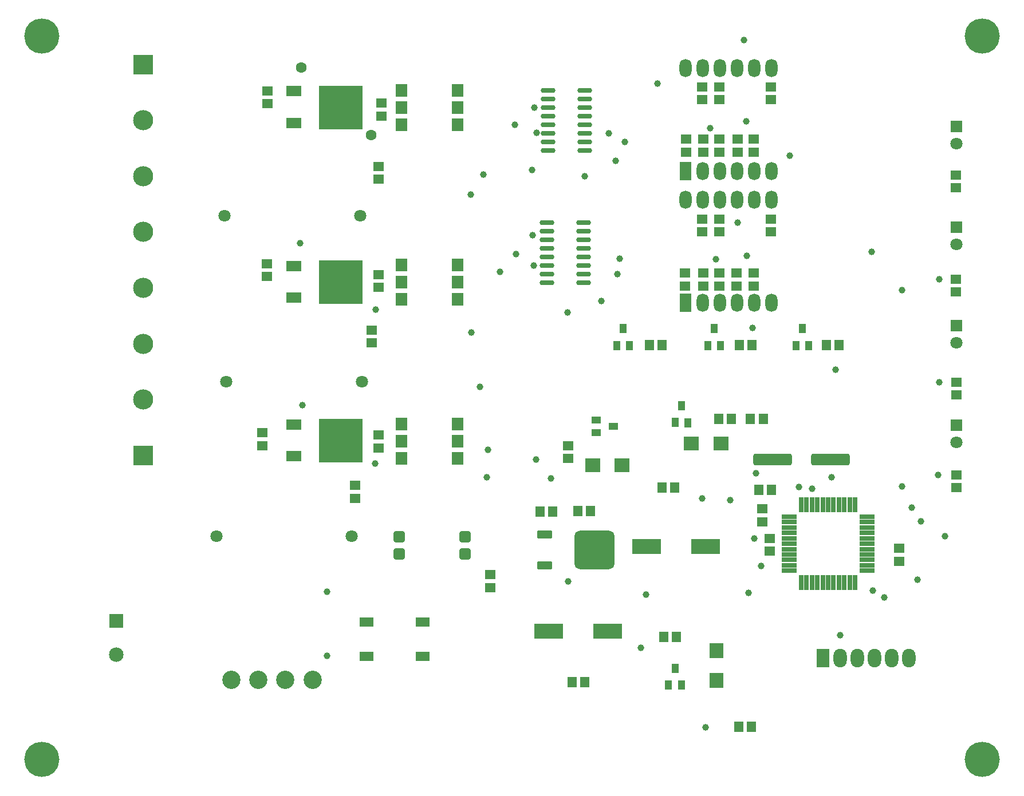
<source format=gbs>
%FSLAX24Y24*%
%MOIN*%
%SFA1B1*%

%IPPOS*%
%AMD70*
4,1,8,-0.020800,-0.032900,0.020800,-0.032900,0.031700,-0.022000,0.031700,0.022000,0.020800,0.032900,-0.020800,0.032900,-0.031700,0.022000,-0.031700,-0.022000,-0.020800,-0.032900,0.0*
1,1,0.021800,-0.020800,-0.022000*
1,1,0.021800,0.020800,-0.022000*
1,1,0.021800,0.020800,0.022000*
1,1,0.021800,-0.020800,0.022000*
%
%AMD73*
4,1,8,-0.043300,0.014800,-0.043300,-0.014800,-0.034400,-0.023700,0.034400,-0.023700,0.043300,-0.014800,0.043300,0.014800,0.034400,0.023700,-0.034400,0.023700,-0.043300,0.014800,0.0*
1,1,0.017800,-0.034400,0.014800*
1,1,0.017800,-0.034400,-0.014800*
1,1,0.017800,0.034400,-0.014800*
1,1,0.017800,0.034400,0.014800*
%
%AMD74*
4,1,8,-0.116200,0.081100,-0.116200,-0.081100,-0.085100,-0.112200,0.085100,-0.112200,0.116200,-0.081100,0.116200,0.081100,0.085100,0.112200,-0.085100,0.112200,-0.116200,0.081100,0.0*
1,1,0.062200,-0.085100,0.081100*
1,1,0.062200,-0.085100,-0.081100*
1,1,0.062200,0.085100,-0.081100*
1,1,0.062200,0.085100,0.081100*
%
%AMD80*
4,1,8,0.100800,0.033500,-0.100800,0.033500,-0.112200,0.022100,-0.112200,-0.022100,-0.100800,-0.033500,0.100800,-0.033500,0.112200,-0.022100,0.112200,0.022100,0.100800,0.033500,0.0*
1,1,0.022800,0.100800,0.022100*
1,1,0.022800,-0.100800,0.022100*
1,1,0.022800,-0.100800,-0.022100*
1,1,0.022800,0.100800,-0.022100*
%
%ADD10C,0.071000*%
%ADD11R,0.117300X0.117300*%
%ADD12C,0.117300*%
%ADD13R,0.071000X0.106400*%
%ADD14O,0.071000X0.106400*%
%ADD15C,0.106400*%
%ADD16C,0.084800*%
%ADD17R,0.084800X0.084800*%
%ADD18O,0.078000X0.108000*%
%ADD19R,0.078000X0.108000*%
%ADD20R,0.071000X0.071000*%
%ADD21C,0.039500*%
%ADD22C,0.204900*%
%ADD23C,0.063100*%
%ADD63R,0.063100X0.055200*%
%ADD64R,0.086700X0.059200*%
%ADD65R,0.258000X0.258000*%
%ADD66R,0.041500X0.055200*%
%ADD67R,0.055200X0.041500*%
%ADD68R,0.082800X0.055200*%
%ADD69R,0.067800X0.078100*%
G04~CAMADD=70~8~0.0~0.0~635.0~659.0~109.0~0.0~15~0.0~0.0~0.0~0.0~0~0.0~0.0~0.0~0.0~0~0.0~0.0~0.0~180.0~634.0~658.0*
%ADD70D70*%
%ADD71R,0.055200X0.063100*%
%ADD72R,0.086700X0.082800*%
G04~CAMADD=73~8~0.0~0.0~474.0~867.0~89.0~0.0~15~0.0~0.0~0.0~0.0~0~0.0~0.0~0.0~0.0~0~0.0~0.0~0.0~90.0~866.0~473.0*
%ADD73D73*%
G04~CAMADD=74~8~0.0~0.0~2245.0~2324.0~311.0~0.0~15~0.0~0.0~0.0~0.0~0~0.0~0.0~0.0~0.0~0~0.0~0.0~0.0~90.0~2324.0~2244.0*
%ADD74D74*%
%ADD75O,0.086700X0.029700*%
%ADD76R,0.169400X0.086700*%
%ADD77R,0.082800X0.086700*%
%ADD78R,0.088000X0.027000*%
%ADD79R,0.027000X0.088000*%
G04~CAMADD=80~8~0.0~0.0~2245.0~671.0~114.0~0.0~15~0.0~0.0~0.0~0.0~0~0.0~0.0~0.0~0.0~0~0.0~0.0~0.0~0.0~2245.0~671.0*
%ADD80D80*%
%LNpcb_washver2-1*%
%LPD*%
G54D10*
X21221Y21939D03*
X13347D03*
X21792Y30959D03*
X13918D03*
X21694Y40624D03*
X13820D03*
X56394Y27400D03*
Y33200D03*
Y38950D03*
Y44800D03*
G54D11*
X9087Y26656D03*
Y49419D03*
G54D12*
X9087Y29907D03*
Y33159D03*
Y36411D03*
Y39663D03*
Y42915D03*
Y46167D03*
G54D13*
X40646Y43210D03*
Y35529D03*
G54D14*
X41646Y43210D03*
X42646D03*
X43646D03*
X44646D03*
X45646D03*
X40646Y49210D03*
X41646D03*
X42646D03*
X43646D03*
X44646D03*
X45646D03*
X41646Y35529D03*
X42646D03*
X43646D03*
X44646D03*
X45646D03*
X40646Y41529D03*
X41646D03*
X42646D03*
X43646D03*
X44646D03*
X45646D03*
G54D15*
X14202Y13571D03*
X15776D03*
X17351D03*
X18926D03*
G54D16*
X7513Y15041D03*
G54D17*
X7513Y17010D03*
G54D18*
X53644Y14850D03*
X52644D03*
X51644D03*
X50644D03*
X49644D03*
G54D19*
X48644Y14850D03*
G54D20*
X56394Y28400D03*
Y34200D03*
Y39950D03*
Y45800D03*
G54D21*
X43229Y24053D03*
X30695Y45925D03*
X31981Y45427D03*
X53229Y24837D03*
X18351Y29581D03*
X29064Y25360D03*
X51459Y38508D03*
X28678Y30654D03*
X28156Y33809D03*
X28148Y41846D03*
X28869Y43012D03*
X38030Y15431D03*
X41800Y10815D03*
X29131Y26976D03*
X19757Y18701D03*
Y14982D03*
X35745Y35656D03*
X33790Y19297D03*
X22580Y26177D03*
X22615Y35146D03*
X18196Y38996D03*
X38352Y18543D03*
X55744Y21929D03*
X44199Y38287D03*
X36817Y38110D03*
X44750Y25600D03*
X44647Y21826D03*
X31935Y26417D03*
X29848Y37352D03*
X45035Y20197D03*
X44317Y18632D03*
X51541Y18789D03*
X41591Y24144D03*
X52220Y18386D03*
X49632Y16191D03*
X54140Y19400D03*
X32811Y25315D03*
X47250Y24823D03*
X31827Y46902D03*
X31728Y39488D03*
X30764Y38376D03*
X31807Y37721D03*
X49150Y25364D03*
X47998Y24724D03*
X33766Y34990D03*
X34757Y42901D03*
X53244Y36270D03*
X49376Y31644D03*
X44533Y34075D03*
X31718Y43268D03*
X42398Y38061D03*
X43677Y40197D03*
X36656Y37221D03*
X46709Y44104D03*
X44051Y50856D03*
X36571Y43809D03*
X39012Y48297D03*
X44169Y46112D03*
X36185Y45402D03*
X42073Y45699D03*
X37102Y44902D03*
X55420Y36926D03*
X53794Y23600D03*
X55420Y30926D03*
X54344Y22800D03*
X55344Y25526D03*
G54D22*
X57906Y51065D03*
Y8939D03*
X3182D03*
Y51065D03*
G54D23*
X22332Y45325D03*
X18278Y49238D03*
G54D63*
X16281Y37065D03*
Y37813D03*
X22773Y43484D03*
Y42736D03*
X22379Y33209D03*
Y33957D03*
X21395Y24154D03*
Y24902D03*
X22775Y27835D03*
Y27087D03*
X16003Y27965D03*
Y27217D03*
X22779Y37187D03*
Y36439D03*
X16294Y47876D03*
Y47128D03*
X22934Y47173D03*
Y46425D03*
X29286Y18947D03*
Y19695D03*
X33821Y27226D03*
Y26478D03*
X45096Y23532D03*
Y22784D03*
X45543Y21078D03*
Y21826D03*
X45621Y48126D03*
Y47378D03*
X42621Y48126D03*
Y47378D03*
X41621Y48126D03*
Y47378D03*
X42618Y44324D03*
Y45072D03*
X41668Y44324D03*
Y45072D03*
X43668Y44324D03*
Y45072D03*
X44618Y44324D03*
Y45072D03*
X40668Y44324D03*
Y45072D03*
X45621Y40426D03*
Y39678D03*
X42621Y40426D03*
Y39678D03*
X41621Y40426D03*
Y39678D03*
X43618Y36524D03*
Y37272D03*
X44618Y36524D03*
Y37272D03*
X42618Y36524D03*
Y37272D03*
X41668Y36524D03*
Y37272D03*
X40618Y36524D03*
Y37272D03*
X53056Y21232D03*
Y20484D03*
X56421Y24778D03*
Y25526D03*
X56371Y42228D03*
Y42976D03*
Y36178D03*
Y36926D03*
X56421Y30178D03*
Y30926D03*
G54D64*
X17825Y35831D03*
Y37681D03*
Y26603D03*
Y28453D03*
Y47866D03*
Y46016D03*
G54D65*
X20575Y36731D03*
Y27503D03*
Y46916D03*
G54D66*
X40397Y13265D03*
X39653Y13267D03*
X40023Y14249D03*
X40769Y28558D03*
X40024Y28560D03*
X40394Y29542D03*
X37369Y33057D03*
X36624Y33059D03*
X36994Y34041D03*
X47819Y33057D03*
X47074Y33059D03*
X47444Y34041D03*
X42669Y33057D03*
X41924Y33059D03*
X42294Y34041D03*
G54D67*
X35439Y27980D03*
X35441Y28724D03*
X36423Y28354D03*
G54D68*
X22076Y16937D03*
Y14929D03*
X25324Y16937D03*
Y14929D03*
G54D69*
X27355Y26486D03*
Y28486D03*
Y27486D03*
X24107Y26486D03*
Y28486D03*
Y27486D03*
X27355Y45916D03*
Y47916D03*
Y46916D03*
X24107Y45916D03*
Y47916D03*
Y46916D03*
X27355Y35731D03*
Y37731D03*
Y36731D03*
X24107Y35731D03*
Y37731D03*
Y36731D03*
G54D70*
X27790Y21925D03*
Y20925D03*
X23971D03*
Y21925D03*
G54D71*
X39269Y24776D03*
X40017D03*
X49570Y33074D03*
X48822D03*
X44890Y24637D03*
X45638D03*
X34022Y13451D03*
X34770D03*
X45167Y28776D03*
X44419D03*
X44483Y10852D03*
X43734D03*
X35120Y23401D03*
X34372D03*
X32172Y23374D03*
X32920D03*
X38522Y33074D03*
X39270D03*
X43772D03*
X44520D03*
X39372Y16074D03*
X40120D03*
X43317Y28776D03*
X42569D03*
G54D72*
X36954Y26090D03*
X35234D03*
X40984Y27340D03*
X42704D03*
G54D73*
X32438Y20250D03*
Y22050D03*
G54D74*
X35351Y21150D03*
G54D75*
X32582Y36721D03*
Y37221D03*
Y37721D03*
Y38221D03*
Y38721D03*
Y39221D03*
Y39721D03*
Y40221D03*
X34707Y36721D03*
Y37221D03*
Y37721D03*
Y38221D03*
Y38721D03*
Y39221D03*
Y39721D03*
Y40221D03*
X32631Y44402D03*
Y44902D03*
Y45402D03*
Y45902D03*
Y46402D03*
Y46902D03*
Y47402D03*
Y47902D03*
X34757Y44402D03*
Y44902D03*
Y45402D03*
Y45902D03*
Y46402D03*
Y46902D03*
Y47402D03*
Y47902D03*
G54D76*
X36107Y16400D03*
X32682D03*
X38382Y21350D03*
X41807D03*
G54D77*
X42454Y15260D03*
Y13540D03*
G54D78*
X51204Y23070D03*
Y22760D03*
Y22440D03*
Y22130D03*
Y21810D03*
Y21500D03*
Y21190D03*
Y20870D03*
Y20560D03*
Y20240D03*
Y19930D03*
X46684D03*
Y20240D03*
Y20560D03*
Y20870D03*
Y21190D03*
Y21500D03*
Y21810D03*
Y22130D03*
Y22440D03*
Y22760D03*
Y23070D03*
G54D79*
X50514Y19240D03*
X50204D03*
X49884D03*
X49574D03*
X49254D03*
X48944D03*
X48634D03*
X48314D03*
X48004D03*
X47684D03*
X47374D03*
Y23760D03*
X47684D03*
X48004D03*
X48314D03*
X48634D03*
X48944D03*
X49254D03*
X49574D03*
X49884D03*
X50204D03*
X50514D03*
G54D80*
X49061Y26398D03*
X45715D03*
M02*
</source>
